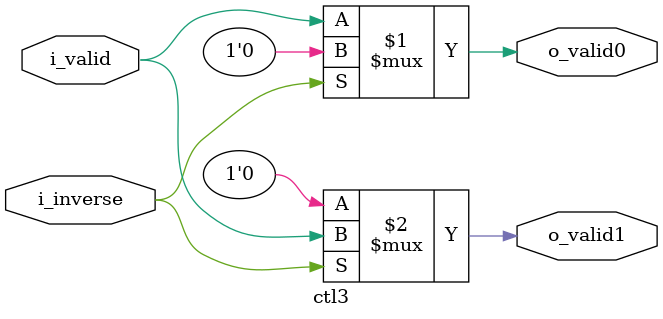
<source format=v>
module ctl3(
          i_valid  ,
	  i_inverse,
//----------------------------------//
          o_valid0 ,//to mux1
          o_valid1 //to mux3
);
// ********************************************
//    INPUT / OUTPUT DECLARATION                                               
// ********************************************  

input                       i_valid   ;
input                       i_inverse ;

output wire                     o_valid0  ;
output wire                     o_valid1  ;

assign o_valid0 = i_inverse ? 1'b0 : i_valid ;//mux1
assign o_valid1 = i_inverse ? i_valid : 1'b0 ;//mux3

endmodule


</source>
